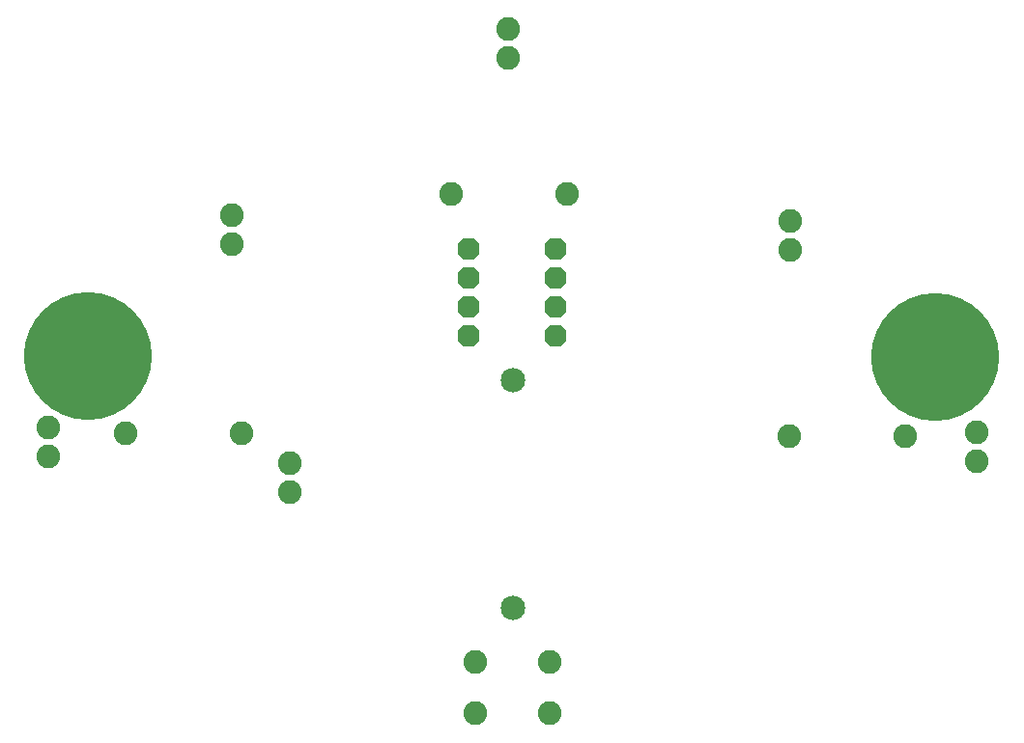
<source format=gbs>
G75*
%MOIN*%
%OFA0B0*%
%FSLAX25Y25*%
%IPPOS*%
%LPD*%
%AMOC8*
5,1,8,0,0,1.08239X$1,22.5*
%
%ADD10C,0.08477*%
%ADD11C,0.08200*%
%ADD12OC8,0.07600*%
%ADD13C,0.44170*%
D10*
X0204961Y0063543D03*
X0204961Y0142283D03*
D11*
X0127913Y0103465D03*
X0127913Y0113465D03*
X0111339Y0124016D03*
X0071339Y0124016D03*
X0044567Y0125984D03*
X0044567Y0115984D03*
X0107795Y0189370D03*
X0107795Y0199370D03*
X0183622Y0206693D03*
X0223622Y0206693D03*
X0203110Y0253543D03*
X0203110Y0263543D03*
X0300433Y0197205D03*
X0300433Y0187205D03*
X0364803Y0124370D03*
X0364803Y0114370D03*
X0340197Y0122874D03*
X0300197Y0122874D03*
X0217524Y0044924D03*
X0217524Y0027124D03*
X0191924Y0027124D03*
X0191924Y0044924D03*
D12*
X0189606Y0157598D03*
X0189606Y0167598D03*
X0189606Y0177598D03*
X0189606Y0187598D03*
X0219606Y0187598D03*
X0219606Y0177598D03*
X0219606Y0167598D03*
X0219606Y0157598D03*
D13*
X0350669Y0150079D03*
X0058346Y0150669D03*
M02*

</source>
